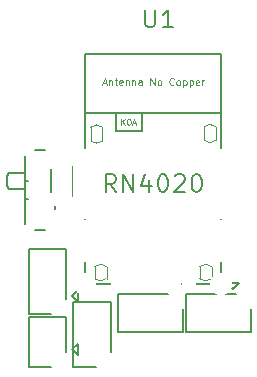
<source format=gto>
G04 #@! TF.FileFunction,Legend,Top*
%FSLAX46Y46*%
G04 Gerber Fmt 4.6, Leading zero omitted, Abs format (unit mm)*
G04 Created by KiCad (PCBNEW (2015-08-03 BZR 6047)-product) date Mon 05 Oct 2015 04:37:09 PM CEST*
%MOMM*%
G01*
G04 APERTURE LIST*
%ADD10C,0.100000*%
%ADD11C,0.150000*%
%ADD12C,0.060000*%
%ADD13R,1.200000X1.200000*%
%ADD14O,1.200000X1.200000*%
%ADD15O,1.450000X2.500000*%
%ADD16C,1.450000*%
%ADD17C,1.900000*%
%ADD18R,1.900000X1.200000*%
%ADD19R,1.200000X1.900000*%
%ADD20C,1.300000*%
%ADD21R,1.900000X1.100000*%
%ADD22R,1.200000X1.400000*%
%ADD23R,1.670000X1.365200*%
G04 APERTURE END LIST*
D10*
D11*
X27880000Y-35500000D02*
X25950000Y-35500000D01*
X25950000Y-35500000D02*
X25950000Y-30000000D01*
X25950000Y-30000000D02*
X29150000Y-30000000D01*
X29150000Y-30000000D02*
X29150000Y-34230000D01*
X29650000Y-34000000D02*
X30150000Y-33500000D01*
X30150000Y-33500000D02*
X30150000Y-34500000D01*
X30150000Y-34500000D02*
X29650000Y-34000000D01*
X31630000Y-40000000D02*
X29700000Y-40000000D01*
X29700000Y-40000000D02*
X29700000Y-34500000D01*
X29700000Y-34500000D02*
X32900000Y-34500000D01*
X32900000Y-34500000D02*
X32900000Y-38730000D01*
X33400000Y-38500000D02*
X33900000Y-38000000D01*
X33900000Y-38000000D02*
X33900000Y-39000000D01*
X33900000Y-39000000D02*
X33400000Y-38500000D01*
X27880000Y-40000000D02*
X25950000Y-40000000D01*
X25950000Y-40000000D02*
X25950000Y-35750000D01*
X25950000Y-35750000D02*
X29150000Y-35750000D01*
X29150000Y-35750000D02*
X29150000Y-38730000D01*
X29650000Y-38500000D02*
X30150000Y-38000000D01*
X30150000Y-38000000D02*
X30150000Y-39000000D01*
X30150000Y-39000000D02*
X29650000Y-38500000D01*
X39000000Y-35120000D02*
X39000000Y-37050000D01*
X39000000Y-37050000D02*
X33500000Y-37050000D01*
X33500000Y-37050000D02*
X33500000Y-33850000D01*
X33500000Y-33850000D02*
X37730000Y-33850000D01*
X37500000Y-33350000D02*
X37000000Y-32850000D01*
X37000000Y-32850000D02*
X38000000Y-32850000D01*
X38000000Y-32850000D02*
X37500000Y-33350000D01*
X44750000Y-35120000D02*
X44750000Y-37050000D01*
X44750000Y-37050000D02*
X39250000Y-37050000D01*
X39250000Y-37050000D02*
X39250000Y-33850000D01*
X39250000Y-33850000D02*
X43480000Y-33850000D01*
X43250000Y-33350000D02*
X42750000Y-32850000D01*
X42750000Y-32850000D02*
X43750000Y-32850000D01*
X43750000Y-32850000D02*
X43250000Y-33350000D01*
D10*
X40450000Y-32505000D02*
X40450000Y-31495000D01*
X41450000Y-32505000D02*
X41450000Y-31495000D01*
X40450000Y-32500000D02*
G75*
G03X41450000Y-32500000I500000J500000D01*
G01*
X41450000Y-31490000D02*
G75*
G03X40450000Y-31490000I-500000J-500000D01*
G01*
X41800000Y-19650000D02*
G75*
G03X40800000Y-19650000I-500000J-500000D01*
G01*
X40800000Y-20800000D02*
G75*
G03X41800000Y-20800000I500000J500000D01*
G01*
X40800000Y-20800000D02*
X40800000Y-19650000D01*
X41800000Y-20800000D02*
X41800000Y-19650000D01*
X32550000Y-31490000D02*
G75*
G03X31550000Y-31490000I-500000J-500000D01*
G01*
X31550000Y-32500000D02*
G75*
G03X32550000Y-32500000I500000J500000D01*
G01*
X32550000Y-32500000D02*
X32550000Y-31490000D01*
X31550000Y-32505000D02*
X31550000Y-31495000D01*
X31200000Y-20850000D02*
X31200000Y-19700000D01*
X32200000Y-20850000D02*
X32200000Y-19700000D01*
X31200000Y-20850000D02*
G75*
G03X32200000Y-20850000I500000J500000D01*
G01*
X32200000Y-19700000D02*
G75*
G03X31200000Y-19700000I-500000J-500000D01*
G01*
D11*
X33350000Y-18450000D02*
X33350000Y-20050000D01*
X35550000Y-18450000D02*
X35550000Y-20050000D01*
X33350000Y-20050000D02*
X35550000Y-20050000D01*
X33350000Y-18450000D02*
X35550000Y-18450000D01*
X30750000Y-18450000D02*
X42250000Y-18450000D01*
X42250000Y-33000000D02*
X30750000Y-33000000D01*
X42250000Y-13500000D02*
X30750000Y-13500000D01*
X42250000Y-13500000D02*
X42250000Y-33000000D01*
X30750000Y-33000000D02*
X30750000Y-13500000D01*
X25925000Y-25750000D02*
X25625000Y-25750000D01*
X25925000Y-24250000D02*
X25625000Y-24250000D01*
X28225000Y-26400000D02*
X28225000Y-26600000D01*
X24325000Y-23600000D02*
X24125000Y-23800000D01*
X24325000Y-24900000D02*
X24125000Y-24700000D01*
X25625000Y-23600000D02*
X24325000Y-23600000D01*
X24125000Y-23800000D02*
X24125000Y-24700000D01*
X24325000Y-24900000D02*
X25625000Y-24900000D01*
X25625000Y-22150000D02*
X25625000Y-27850000D01*
X28225000Y-23400000D02*
X28225000Y-25100000D01*
X27325000Y-21650000D02*
X26525000Y-21650000D01*
X26525000Y-28350000D02*
X27325000Y-28350000D01*
X29639000Y-25520000D02*
X29639000Y-22980000D01*
X27861000Y-22980000D02*
X27861000Y-25520000D01*
X27861000Y-22980000D02*
X29639000Y-22980000D01*
X29639000Y-25520000D02*
X27861000Y-25520000D01*
X35807143Y-9728571D02*
X35807143Y-10942857D01*
X35878571Y-11085714D01*
X35950000Y-11157143D01*
X36092857Y-11228571D01*
X36378571Y-11228571D01*
X36521429Y-11157143D01*
X36592857Y-11085714D01*
X36664286Y-10942857D01*
X36664286Y-9728571D01*
X38164286Y-11228571D02*
X37307143Y-11228571D01*
X37735715Y-11228571D02*
X37735715Y-9728571D01*
X37592858Y-9942857D01*
X37450000Y-10085714D01*
X37307143Y-10157143D01*
X33321430Y-25178571D02*
X32821430Y-24464286D01*
X32464287Y-25178571D02*
X32464287Y-23678571D01*
X33035715Y-23678571D01*
X33178573Y-23750000D01*
X33250001Y-23821429D01*
X33321430Y-23964286D01*
X33321430Y-24178571D01*
X33250001Y-24321429D01*
X33178573Y-24392857D01*
X33035715Y-24464286D01*
X32464287Y-24464286D01*
X33964287Y-25178571D02*
X33964287Y-23678571D01*
X34821430Y-25178571D01*
X34821430Y-23678571D01*
X36178573Y-24178571D02*
X36178573Y-25178571D01*
X35821430Y-23607143D02*
X35464287Y-24678571D01*
X36392859Y-24678571D01*
X37250001Y-23678571D02*
X37392858Y-23678571D01*
X37535715Y-23750000D01*
X37607144Y-23821429D01*
X37678573Y-23964286D01*
X37750001Y-24250000D01*
X37750001Y-24607143D01*
X37678573Y-24892857D01*
X37607144Y-25035714D01*
X37535715Y-25107143D01*
X37392858Y-25178571D01*
X37250001Y-25178571D01*
X37107144Y-25107143D01*
X37035715Y-25035714D01*
X36964287Y-24892857D01*
X36892858Y-24607143D01*
X36892858Y-24250000D01*
X36964287Y-23964286D01*
X37035715Y-23821429D01*
X37107144Y-23750000D01*
X37250001Y-23678571D01*
X38321429Y-23821429D02*
X38392858Y-23750000D01*
X38535715Y-23678571D01*
X38892858Y-23678571D01*
X39035715Y-23750000D01*
X39107144Y-23821429D01*
X39178572Y-23964286D01*
X39178572Y-24107143D01*
X39107144Y-24321429D01*
X38250001Y-25178571D01*
X39178572Y-25178571D01*
X40107143Y-23678571D02*
X40250000Y-23678571D01*
X40392857Y-23750000D01*
X40464286Y-23821429D01*
X40535715Y-23964286D01*
X40607143Y-24250000D01*
X40607143Y-24607143D01*
X40535715Y-24892857D01*
X40464286Y-25035714D01*
X40392857Y-25107143D01*
X40250000Y-25178571D01*
X40107143Y-25178571D01*
X39964286Y-25107143D01*
X39892857Y-25035714D01*
X39821429Y-24892857D01*
X39750000Y-24607143D01*
X39750000Y-24250000D01*
X39821429Y-23964286D01*
X39892857Y-23821429D01*
X39964286Y-23750000D01*
X40107143Y-23678571D01*
D12*
X33792858Y-19476190D02*
X33792858Y-18976190D01*
X34078572Y-19476190D02*
X33864286Y-19190476D01*
X34078572Y-18976190D02*
X33792858Y-19261905D01*
X34388096Y-18976190D02*
X34483334Y-18976190D01*
X34530953Y-19000000D01*
X34578572Y-19047619D01*
X34602381Y-19142857D01*
X34602381Y-19309524D01*
X34578572Y-19404762D01*
X34530953Y-19452381D01*
X34483334Y-19476190D01*
X34388096Y-19476190D01*
X34340477Y-19452381D01*
X34292858Y-19404762D01*
X34269048Y-19309524D01*
X34269048Y-19142857D01*
X34292858Y-19047619D01*
X34340477Y-19000000D01*
X34388096Y-18976190D01*
X34792858Y-19333333D02*
X35030953Y-19333333D01*
X34745239Y-19476190D02*
X34911906Y-18976190D01*
X35078572Y-19476190D01*
D10*
X32242858Y-15950000D02*
X32528572Y-15950000D01*
X32185715Y-16121429D02*
X32385715Y-15521429D01*
X32585715Y-16121429D01*
X32785715Y-15721429D02*
X32785715Y-16121429D01*
X32785715Y-15778571D02*
X32814287Y-15750000D01*
X32871429Y-15721429D01*
X32957144Y-15721429D01*
X33014287Y-15750000D01*
X33042858Y-15807143D01*
X33042858Y-16121429D01*
X33242858Y-15721429D02*
X33471429Y-15721429D01*
X33328572Y-15521429D02*
X33328572Y-16035714D01*
X33357144Y-16092857D01*
X33414286Y-16121429D01*
X33471429Y-16121429D01*
X33900001Y-16092857D02*
X33842858Y-16121429D01*
X33728572Y-16121429D01*
X33671429Y-16092857D01*
X33642858Y-16035714D01*
X33642858Y-15807143D01*
X33671429Y-15750000D01*
X33728572Y-15721429D01*
X33842858Y-15721429D01*
X33900001Y-15750000D01*
X33928572Y-15807143D01*
X33928572Y-15864286D01*
X33642858Y-15921429D01*
X34185715Y-15721429D02*
X34185715Y-16121429D01*
X34185715Y-15778571D02*
X34214287Y-15750000D01*
X34271429Y-15721429D01*
X34357144Y-15721429D01*
X34414287Y-15750000D01*
X34442858Y-15807143D01*
X34442858Y-16121429D01*
X34728572Y-15721429D02*
X34728572Y-16121429D01*
X34728572Y-15778571D02*
X34757144Y-15750000D01*
X34814286Y-15721429D01*
X34900001Y-15721429D01*
X34957144Y-15750000D01*
X34985715Y-15807143D01*
X34985715Y-16121429D01*
X35528572Y-16121429D02*
X35528572Y-15807143D01*
X35500001Y-15750000D01*
X35442858Y-15721429D01*
X35328572Y-15721429D01*
X35271429Y-15750000D01*
X35528572Y-16092857D02*
X35471429Y-16121429D01*
X35328572Y-16121429D01*
X35271429Y-16092857D01*
X35242858Y-16035714D01*
X35242858Y-15978571D01*
X35271429Y-15921429D01*
X35328572Y-15892857D01*
X35471429Y-15892857D01*
X35528572Y-15864286D01*
X36271429Y-16121429D02*
X36271429Y-15521429D01*
X36614286Y-16121429D01*
X36614286Y-15521429D01*
X36985714Y-16121429D02*
X36928572Y-16092857D01*
X36900000Y-16064286D01*
X36871429Y-16007143D01*
X36871429Y-15835714D01*
X36900000Y-15778571D01*
X36928572Y-15750000D01*
X36985714Y-15721429D01*
X37071429Y-15721429D01*
X37128572Y-15750000D01*
X37157143Y-15778571D01*
X37185714Y-15835714D01*
X37185714Y-16007143D01*
X37157143Y-16064286D01*
X37128572Y-16092857D01*
X37071429Y-16121429D01*
X36985714Y-16121429D01*
X38242857Y-16064286D02*
X38214286Y-16092857D01*
X38128572Y-16121429D01*
X38071429Y-16121429D01*
X37985714Y-16092857D01*
X37928572Y-16035714D01*
X37900000Y-15978571D01*
X37871429Y-15864286D01*
X37871429Y-15778571D01*
X37900000Y-15664286D01*
X37928572Y-15607143D01*
X37985714Y-15550000D01*
X38071429Y-15521429D01*
X38128572Y-15521429D01*
X38214286Y-15550000D01*
X38242857Y-15578571D01*
X38585714Y-16121429D02*
X38528572Y-16092857D01*
X38500000Y-16064286D01*
X38471429Y-16007143D01*
X38471429Y-15835714D01*
X38500000Y-15778571D01*
X38528572Y-15750000D01*
X38585714Y-15721429D01*
X38671429Y-15721429D01*
X38728572Y-15750000D01*
X38757143Y-15778571D01*
X38785714Y-15835714D01*
X38785714Y-16007143D01*
X38757143Y-16064286D01*
X38728572Y-16092857D01*
X38671429Y-16121429D01*
X38585714Y-16121429D01*
X39042857Y-15721429D02*
X39042857Y-16321429D01*
X39042857Y-15750000D02*
X39100000Y-15721429D01*
X39214286Y-15721429D01*
X39271429Y-15750000D01*
X39300000Y-15778571D01*
X39328571Y-15835714D01*
X39328571Y-16007143D01*
X39300000Y-16064286D01*
X39271429Y-16092857D01*
X39214286Y-16121429D01*
X39100000Y-16121429D01*
X39042857Y-16092857D01*
X39585714Y-15721429D02*
X39585714Y-16321429D01*
X39585714Y-15750000D02*
X39642857Y-15721429D01*
X39757143Y-15721429D01*
X39814286Y-15750000D01*
X39842857Y-15778571D01*
X39871428Y-15835714D01*
X39871428Y-16007143D01*
X39842857Y-16064286D01*
X39814286Y-16092857D01*
X39757143Y-16121429D01*
X39642857Y-16121429D01*
X39585714Y-16092857D01*
X40357143Y-16092857D02*
X40300000Y-16121429D01*
X40185714Y-16121429D01*
X40128571Y-16092857D01*
X40100000Y-16035714D01*
X40100000Y-15807143D01*
X40128571Y-15750000D01*
X40185714Y-15721429D01*
X40300000Y-15721429D01*
X40357143Y-15750000D01*
X40385714Y-15807143D01*
X40385714Y-15864286D01*
X40100000Y-15921429D01*
X40642857Y-16121429D02*
X40642857Y-15721429D01*
X40642857Y-15835714D02*
X40671429Y-15778571D01*
X40700000Y-15750000D01*
X40757143Y-15721429D01*
X40814286Y-15721429D01*
%LPC*%
D13*
X28000000Y-34000000D03*
D14*
X28000000Y-32750000D03*
X28000000Y-31500000D03*
D13*
X31750000Y-38500000D03*
D14*
X31750000Y-37250000D03*
X31750000Y-36000000D03*
D13*
X28000000Y-38500000D03*
D14*
X28000000Y-37250000D03*
D15*
X34040000Y-38600000D03*
X44200000Y-38600000D03*
X42930000Y-38600000D03*
X41660000Y-38600000D03*
X40390000Y-38600000D03*
X39120000Y-38600000D03*
X37850000Y-38600000D03*
X36580000Y-38600000D03*
X35310000Y-38600000D03*
D13*
X37500000Y-35000000D03*
D14*
X36250000Y-35000000D03*
X35000000Y-35000000D03*
D13*
X43250000Y-35000000D03*
D14*
X42000000Y-35000000D03*
X40750000Y-35000000D03*
D16*
X44100000Y-23340000D03*
X44100000Y-24610000D03*
X44100000Y-25880000D03*
X44100000Y-27150000D03*
X44100000Y-28420000D03*
X44100000Y-29690000D03*
X44100000Y-30960000D03*
X44100000Y-32230000D03*
D17*
X30750000Y-33000000D03*
D18*
X31000000Y-30500000D03*
X31000000Y-29300000D03*
X31000000Y-28100000D03*
X31000000Y-26900000D03*
X31000000Y-25700000D03*
X31000000Y-24500000D03*
X31000000Y-23300000D03*
X31000000Y-22100000D03*
X42000000Y-22100000D03*
X42000000Y-23300000D03*
X42000000Y-24500000D03*
X42000000Y-25700000D03*
X42000000Y-26900000D03*
X42000000Y-28100000D03*
X42000000Y-29300000D03*
X42000000Y-30500000D03*
D19*
X33500000Y-32750000D03*
X34700000Y-32750000D03*
X35900000Y-32750000D03*
X37100000Y-32750000D03*
X38300000Y-32750000D03*
X39500000Y-32750000D03*
D17*
X42250000Y-33000000D03*
D20*
X26925000Y-23500000D03*
X26925000Y-26500000D03*
D21*
X28675000Y-22750000D03*
X28675000Y-25750000D03*
X28675000Y-27250000D03*
D22*
X25825000Y-21350000D03*
X25825000Y-28650000D03*
X28025000Y-28650000D03*
X28025000Y-21350000D03*
D23*
X28750000Y-24885000D03*
X28750000Y-23615000D03*
M02*

</source>
